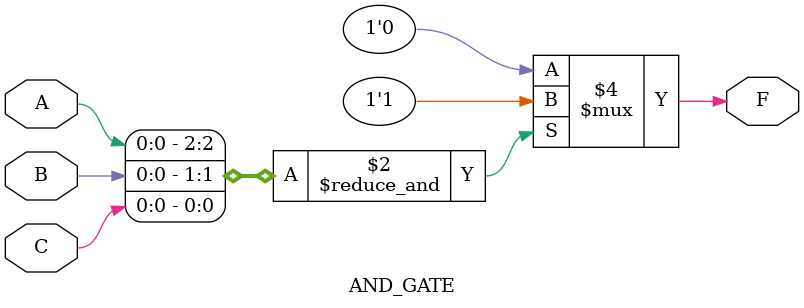
<source format=v>
module AND_GATE(A, B, C, F);
    input A, B, C;
    output F;

    reg F;

    always @(A or B or C)
        if (&{A, B, C})
            F = 1'b1;
        else
            F = 1'b0;
endmodule
</source>
